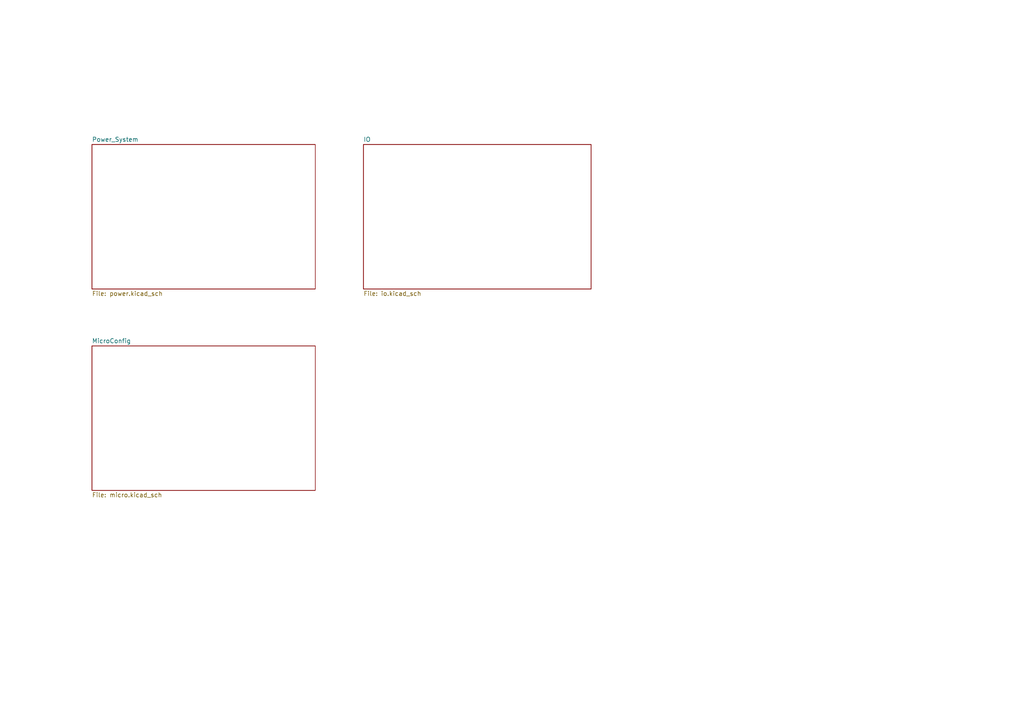
<source format=kicad_sch>
(kicad_sch
	(version 20250114)
	(generator "eeschema")
	(generator_version "9.0")
	(uuid "406ad30e-b04c-4bb7-9588-aab8ab73084a")
	(paper "A4")
	(title_block
		(date "2025-10-01")
	)
	(lib_symbols)
	(sheet
		(at 26.67 41.91)
		(size 64.77 41.91)
		(exclude_from_sim no)
		(in_bom yes)
		(on_board yes)
		(dnp no)
		(fields_autoplaced yes)
		(stroke
			(width 0.1524)
			(type solid)
		)
		(fill
			(color 0 0 0 0.0000)
		)
		(uuid "3219e357-ed27-4a99-8f08-f1a850fa8309")
		(property "Sheetname" "Power_System"
			(at 26.67 41.1984 0)
			(effects
				(font
					(size 1.27 1.27)
				)
				(justify left bottom)
			)
		)
		(property "Sheetfile" "power.kicad_sch"
			(at 26.67 84.4046 0)
			(effects
				(font
					(size 1.27 1.27)
				)
				(justify left top)
			)
		)
		(instances
			(project "CanaryCap"
				(path "/406ad30e-b04c-4bb7-9588-aab8ab73084a"
					(page "2")
				)
			)
		)
	)
	(sheet
		(at 26.67 100.33)
		(size 64.77 41.91)
		(exclude_from_sim no)
		(in_bom yes)
		(on_board yes)
		(dnp no)
		(fields_autoplaced yes)
		(stroke
			(width 0.1524)
			(type solid)
		)
		(fill
			(color 0 0 0 0.0000)
		)
		(uuid "865b4f90-0093-4030-8a8d-928bbea99e0f")
		(property "Sheetname" "MicroConfig"
			(at 26.67 99.6184 0)
			(effects
				(font
					(size 1.27 1.27)
				)
				(justify left bottom)
			)
		)
		(property "Sheetfile" "micro.kicad_sch"
			(at 26.67 142.8246 0)
			(effects
				(font
					(size 1.27 1.27)
				)
				(justify left top)
			)
		)
		(instances
			(project "CanaryCap"
				(path "/406ad30e-b04c-4bb7-9588-aab8ab73084a"
					(page "3")
				)
			)
		)
	)
	(sheet
		(at 105.41 41.91)
		(size 66.04 41.91)
		(exclude_from_sim no)
		(in_bom yes)
		(on_board yes)
		(dnp no)
		(fields_autoplaced yes)
		(stroke
			(width 0.1524)
			(type solid)
		)
		(fill
			(color 0 0 0 0.0000)
		)
		(uuid "da5ad29e-ffcf-45cc-ab35-f23b8b85ed0a")
		(property "Sheetname" "IO"
			(at 105.41 41.1984 0)
			(effects
				(font
					(size 1.27 1.27)
				)
				(justify left bottom)
			)
		)
		(property "Sheetfile" "io.kicad_sch"
			(at 105.41 84.4046 0)
			(effects
				(font
					(size 1.27 1.27)
				)
				(justify left top)
			)
		)
		(instances
			(project "CanaryCap"
				(path "/406ad30e-b04c-4bb7-9588-aab8ab73084a"
					(page "4")
				)
			)
		)
	)
	(sheet_instances
		(path "/"
			(page "1")
		)
	)
	(embedded_fonts no)
)

</source>
